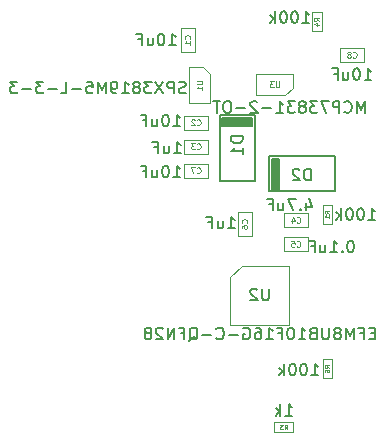
<source format=gbr>
G04 #@! TF.GenerationSoftware,KiCad,Pcbnew,5.0.2+dfsg1-1*
G04 #@! TF.CreationDate,2019-04-15T18:08:30-07:00*
G04 #@! TF.ProjectId,feather51,66656174-6865-4723-9531-2e6b69636164,A*
G04 #@! TF.SameCoordinates,Original*
G04 #@! TF.FileFunction,Other,Fab,Bot*
%FSLAX46Y46*%
G04 Gerber Fmt 4.6, Leading zero omitted, Abs format (unit mm)*
G04 Created by KiCad (PCBNEW 5.0.2+dfsg1-1) date Mon 15 Apr 2019 06:08:30 PM PDT*
%MOMM*%
%LPD*%
G01*
G04 APERTURE LIST*
%ADD10C,0.150000*%
%ADD11C,0.100000*%
%ADD12C,0.080000*%
%ADD13C,0.060000*%
%ADD14C,0.075000*%
G04 APERTURE END LIST*
D10*
G04 #@! TO.C,D2*
G36*
X136897000Y-62103000D02*
X137532000Y-62103000D01*
X137532000Y-59563000D01*
X136897000Y-59563000D01*
X136897000Y-62103000D01*
G37*
X136897000Y-62103000D02*
X137532000Y-62103000D01*
X137532000Y-59563000D01*
X136897000Y-59563000D01*
X136897000Y-62103000D01*
X136637000Y-59358000D02*
X136637000Y-62308000D01*
X142237000Y-59358000D02*
X136637000Y-59358000D01*
X142237000Y-62308000D02*
X142237000Y-59358000D01*
X136637000Y-62308000D02*
X142237000Y-62308000D01*
G04 #@! TO.C,D1*
G36*
X132715000Y-56125000D02*
X132715000Y-56760000D01*
X135255000Y-56760000D01*
X135255000Y-56125000D01*
X132715000Y-56125000D01*
G37*
X132715000Y-56125000D02*
X132715000Y-56760000D01*
X135255000Y-56760000D01*
X135255000Y-56125000D01*
X132715000Y-56125000D01*
X135460000Y-55865000D02*
X132510000Y-55865000D01*
X135460000Y-61465000D02*
X135460000Y-55865000D01*
X132510000Y-61465000D02*
X135460000Y-61465000D01*
X132510000Y-55865000D02*
X132510000Y-61465000D01*
D11*
G04 #@! TO.C,C1*
X129194000Y-48530000D02*
X129194000Y-50530000D01*
X130394000Y-48530000D02*
X129194000Y-48530000D01*
X130394000Y-50530000D02*
X130394000Y-48530000D01*
X129194000Y-50530000D02*
X130394000Y-50530000D01*
G04 #@! TO.C,C2*
X129477500Y-55915000D02*
X129477500Y-57115000D01*
X129477500Y-57115000D02*
X131477500Y-57115000D01*
X131477500Y-57115000D02*
X131477500Y-55915000D01*
X131477500Y-55915000D02*
X129477500Y-55915000D01*
G04 #@! TO.C,C3*
X131477500Y-57947000D02*
X129477500Y-57947000D01*
X131477500Y-59147000D02*
X131477500Y-57947000D01*
X129477500Y-59147000D02*
X131477500Y-59147000D01*
X129477500Y-57947000D02*
X129477500Y-59147000D01*
G04 #@! TO.C,C4*
X137938000Y-64170000D02*
X137938000Y-65370000D01*
X137938000Y-65370000D02*
X139938000Y-65370000D01*
X139938000Y-65370000D02*
X139938000Y-64170000D01*
X139938000Y-64170000D02*
X137938000Y-64170000D01*
G04 #@! TO.C,C5*
X139938000Y-66202000D02*
X137938000Y-66202000D01*
X139938000Y-67402000D02*
X139938000Y-66202000D01*
X137938000Y-67402000D02*
X139938000Y-67402000D01*
X137938000Y-66202000D02*
X137938000Y-67402000D01*
G04 #@! TO.C,C6*
X134020000Y-66102500D02*
X135220000Y-66102500D01*
X135220000Y-66102500D02*
X135220000Y-64102500D01*
X135220000Y-64102500D02*
X134020000Y-64102500D01*
X134020000Y-64102500D02*
X134020000Y-66102500D01*
G04 #@! TO.C,C7*
X131477500Y-59979000D02*
X129477500Y-59979000D01*
X131477500Y-61179000D02*
X131477500Y-59979000D01*
X129477500Y-61179000D02*
X131477500Y-61179000D01*
X129477500Y-59979000D02*
X129477500Y-61179000D01*
G04 #@! TO.C,C8*
X144685500Y-51400000D02*
X144685500Y-50200000D01*
X144685500Y-50200000D02*
X142685500Y-50200000D01*
X142685500Y-50200000D02*
X142685500Y-51400000D01*
X142685500Y-51400000D02*
X144685500Y-51400000D01*
G04 #@! TO.C,R1*
X141205000Y-65087500D02*
X142005000Y-65087500D01*
X142005000Y-65087500D02*
X142005000Y-63487500D01*
X142005000Y-63487500D02*
X141205000Y-63487500D01*
X141205000Y-63487500D02*
X141205000Y-65087500D01*
G04 #@! TO.C,R3*
X137122000Y-81896000D02*
X137122000Y-82696000D01*
X137122000Y-82696000D02*
X138722000Y-82696000D01*
X138722000Y-82696000D02*
X138722000Y-81896000D01*
X138722000Y-81896000D02*
X137122000Y-81896000D01*
G04 #@! TO.C,R4*
X140316000Y-47180500D02*
X140316000Y-48780500D01*
X141116000Y-47180500D02*
X140316000Y-47180500D01*
X141116000Y-48780500D02*
X141116000Y-47180500D01*
X140316000Y-48780500D02*
X141116000Y-48780500D01*
G04 #@! TO.C,R6*
X141205000Y-78143000D02*
X142005000Y-78143000D01*
X142005000Y-78143000D02*
X142005000Y-76543000D01*
X142005000Y-76543000D02*
X141205000Y-76543000D01*
X141205000Y-76543000D02*
X141205000Y-78143000D01*
G04 #@! TO.C,U1*
X129910000Y-51790000D02*
X129910000Y-54890000D01*
X129910000Y-54890000D02*
X131710000Y-54890000D01*
X131710000Y-52440000D02*
X131710000Y-54890000D01*
X129910000Y-51790000D02*
X131060000Y-51790000D01*
X131710000Y-52440000D02*
X131060000Y-51790000D01*
G04 #@! TO.C,U2*
X134390000Y-68620000D02*
X133390000Y-69620000D01*
X138390000Y-68620000D02*
X134390000Y-68620000D01*
X138390000Y-73620000D02*
X138390000Y-68620000D01*
X133390000Y-73620000D02*
X138390000Y-73620000D01*
X133390000Y-69620000D02*
X133390000Y-73620000D01*
G04 #@! TO.C,U3*
X138060000Y-54197000D02*
X138710000Y-53547000D01*
X138710000Y-52397000D02*
X138710000Y-53547000D01*
X138060000Y-54197000D02*
X135610000Y-54197000D01*
X135610000Y-52397000D02*
X135610000Y-54197000D01*
X138710000Y-52397000D02*
X135610000Y-52397000D01*
G04 #@! TD*
G04 #@! TO.C,D2*
D10*
X140184095Y-61412380D02*
X140184095Y-60412380D01*
X139946000Y-60412380D01*
X139803142Y-60460000D01*
X139707904Y-60555238D01*
X139660285Y-60650476D01*
X139612666Y-60840952D01*
X139612666Y-60983809D01*
X139660285Y-61174285D01*
X139707904Y-61269523D01*
X139803142Y-61364761D01*
X139946000Y-61412380D01*
X140184095Y-61412380D01*
X139231714Y-60507619D02*
X139184095Y-60460000D01*
X139088857Y-60412380D01*
X138850761Y-60412380D01*
X138755523Y-60460000D01*
X138707904Y-60507619D01*
X138660285Y-60602857D01*
X138660285Y-60698095D01*
X138707904Y-60840952D01*
X139279333Y-61412380D01*
X138660285Y-61412380D01*
G04 #@! TO.C,D1*
X134437380Y-57681904D02*
X133437380Y-57681904D01*
X133437380Y-57920000D01*
X133485000Y-58062857D01*
X133580238Y-58158095D01*
X133675476Y-58205714D01*
X133865952Y-58253333D01*
X134008809Y-58253333D01*
X134199285Y-58205714D01*
X134294523Y-58158095D01*
X134389761Y-58062857D01*
X134437380Y-57920000D01*
X134437380Y-57681904D01*
X134437380Y-59205714D02*
X134437380Y-58634285D01*
X134437380Y-58920000D02*
X133437380Y-58920000D01*
X133580238Y-58824761D01*
X133675476Y-58729523D01*
X133723095Y-58634285D01*
G04 #@! TO.C,C1*
X128198428Y-49982380D02*
X128769857Y-49982380D01*
X128484142Y-49982380D02*
X128484142Y-48982380D01*
X128579380Y-49125238D01*
X128674619Y-49220476D01*
X128769857Y-49268095D01*
X127579380Y-48982380D02*
X127484142Y-48982380D01*
X127388904Y-49030000D01*
X127341285Y-49077619D01*
X127293666Y-49172857D01*
X127246047Y-49363333D01*
X127246047Y-49601428D01*
X127293666Y-49791904D01*
X127341285Y-49887142D01*
X127388904Y-49934761D01*
X127484142Y-49982380D01*
X127579380Y-49982380D01*
X127674619Y-49934761D01*
X127722238Y-49887142D01*
X127769857Y-49791904D01*
X127817476Y-49601428D01*
X127817476Y-49363333D01*
X127769857Y-49172857D01*
X127722238Y-49077619D01*
X127674619Y-49030000D01*
X127579380Y-48982380D01*
X126388904Y-49315714D02*
X126388904Y-49982380D01*
X126817476Y-49315714D02*
X126817476Y-49839523D01*
X126769857Y-49934761D01*
X126674619Y-49982380D01*
X126531761Y-49982380D01*
X126436523Y-49934761D01*
X126388904Y-49887142D01*
X125579380Y-49458571D02*
X125912714Y-49458571D01*
X125912714Y-49982380D02*
X125912714Y-48982380D01*
X125436523Y-48982380D01*
D12*
X129972571Y-49446666D02*
X129996380Y-49422857D01*
X130020190Y-49351428D01*
X130020190Y-49303809D01*
X129996380Y-49232380D01*
X129948761Y-49184761D01*
X129901142Y-49160952D01*
X129805904Y-49137142D01*
X129734476Y-49137142D01*
X129639238Y-49160952D01*
X129591619Y-49184761D01*
X129544000Y-49232380D01*
X129520190Y-49303809D01*
X129520190Y-49351428D01*
X129544000Y-49422857D01*
X129567809Y-49446666D01*
X130020190Y-49922857D02*
X130020190Y-49637142D01*
X130020190Y-49780000D02*
X129520190Y-49780000D01*
X129591619Y-49732380D01*
X129639238Y-49684761D01*
X129663047Y-49637142D01*
G04 #@! TO.C,C2*
D10*
X128579428Y-56840380D02*
X129150857Y-56840380D01*
X128865142Y-56840380D02*
X128865142Y-55840380D01*
X128960380Y-55983238D01*
X129055619Y-56078476D01*
X129150857Y-56126095D01*
X127960380Y-55840380D02*
X127865142Y-55840380D01*
X127769904Y-55888000D01*
X127722285Y-55935619D01*
X127674666Y-56030857D01*
X127627047Y-56221333D01*
X127627047Y-56459428D01*
X127674666Y-56649904D01*
X127722285Y-56745142D01*
X127769904Y-56792761D01*
X127865142Y-56840380D01*
X127960380Y-56840380D01*
X128055619Y-56792761D01*
X128103238Y-56745142D01*
X128150857Y-56649904D01*
X128198476Y-56459428D01*
X128198476Y-56221333D01*
X128150857Y-56030857D01*
X128103238Y-55935619D01*
X128055619Y-55888000D01*
X127960380Y-55840380D01*
X126769904Y-56173714D02*
X126769904Y-56840380D01*
X127198476Y-56173714D02*
X127198476Y-56697523D01*
X127150857Y-56792761D01*
X127055619Y-56840380D01*
X126912761Y-56840380D01*
X126817523Y-56792761D01*
X126769904Y-56745142D01*
X125960380Y-56316571D02*
X126293714Y-56316571D01*
X126293714Y-56840380D02*
X126293714Y-55840380D01*
X125817523Y-55840380D01*
D12*
X130560833Y-56693571D02*
X130584642Y-56717380D01*
X130656071Y-56741190D01*
X130703690Y-56741190D01*
X130775119Y-56717380D01*
X130822738Y-56669761D01*
X130846547Y-56622142D01*
X130870357Y-56526904D01*
X130870357Y-56455476D01*
X130846547Y-56360238D01*
X130822738Y-56312619D01*
X130775119Y-56265000D01*
X130703690Y-56241190D01*
X130656071Y-56241190D01*
X130584642Y-56265000D01*
X130560833Y-56288809D01*
X130370357Y-56288809D02*
X130346547Y-56265000D01*
X130298928Y-56241190D01*
X130179880Y-56241190D01*
X130132261Y-56265000D01*
X130108452Y-56288809D01*
X130084642Y-56336428D01*
X130084642Y-56384047D01*
X130108452Y-56455476D01*
X130394166Y-56741190D01*
X130084642Y-56741190D01*
G04 #@! TO.C,C3*
D10*
X128611238Y-59126380D02*
X129182666Y-59126380D01*
X128896952Y-59126380D02*
X128896952Y-58126380D01*
X128992190Y-58269238D01*
X129087428Y-58364476D01*
X129182666Y-58412095D01*
X127754095Y-58459714D02*
X127754095Y-59126380D01*
X128182666Y-58459714D02*
X128182666Y-58983523D01*
X128135047Y-59078761D01*
X128039809Y-59126380D01*
X127896952Y-59126380D01*
X127801714Y-59078761D01*
X127754095Y-59031142D01*
X126944571Y-58602571D02*
X127277904Y-58602571D01*
X127277904Y-59126380D02*
X127277904Y-58126380D01*
X126801714Y-58126380D01*
D12*
X130560833Y-58725571D02*
X130584642Y-58749380D01*
X130656071Y-58773190D01*
X130703690Y-58773190D01*
X130775119Y-58749380D01*
X130822738Y-58701761D01*
X130846547Y-58654142D01*
X130870357Y-58558904D01*
X130870357Y-58487476D01*
X130846547Y-58392238D01*
X130822738Y-58344619D01*
X130775119Y-58297000D01*
X130703690Y-58273190D01*
X130656071Y-58273190D01*
X130584642Y-58297000D01*
X130560833Y-58320809D01*
X130394166Y-58273190D02*
X130084642Y-58273190D01*
X130251309Y-58463666D01*
X130179880Y-58463666D01*
X130132261Y-58487476D01*
X130108452Y-58511285D01*
X130084642Y-58558904D01*
X130084642Y-58677952D01*
X130108452Y-58725571D01*
X130132261Y-58749380D01*
X130179880Y-58773190D01*
X130322738Y-58773190D01*
X130370357Y-58749380D01*
X130394166Y-58725571D01*
G04 #@! TO.C,C4*
D10*
X139834761Y-63285714D02*
X139834761Y-63952380D01*
X140072857Y-62904761D02*
X140310952Y-63619047D01*
X139691904Y-63619047D01*
X139310952Y-63857142D02*
X139263333Y-63904761D01*
X139310952Y-63952380D01*
X139358571Y-63904761D01*
X139310952Y-63857142D01*
X139310952Y-63952380D01*
X138930000Y-62952380D02*
X138263333Y-62952380D01*
X138691904Y-63952380D01*
X137453809Y-63285714D02*
X137453809Y-63952380D01*
X137882380Y-63285714D02*
X137882380Y-63809523D01*
X137834761Y-63904761D01*
X137739523Y-63952380D01*
X137596666Y-63952380D01*
X137501428Y-63904761D01*
X137453809Y-63857142D01*
X136644285Y-63428571D02*
X136977619Y-63428571D01*
X136977619Y-63952380D02*
X136977619Y-62952380D01*
X136501428Y-62952380D01*
D12*
X139021333Y-64948571D02*
X139045142Y-64972380D01*
X139116571Y-64996190D01*
X139164190Y-64996190D01*
X139235619Y-64972380D01*
X139283238Y-64924761D01*
X139307047Y-64877142D01*
X139330857Y-64781904D01*
X139330857Y-64710476D01*
X139307047Y-64615238D01*
X139283238Y-64567619D01*
X139235619Y-64520000D01*
X139164190Y-64496190D01*
X139116571Y-64496190D01*
X139045142Y-64520000D01*
X139021333Y-64543809D01*
X138592761Y-64662857D02*
X138592761Y-64996190D01*
X138711809Y-64472380D02*
X138830857Y-64829523D01*
X138521333Y-64829523D01*
G04 #@! TO.C,C5*
D10*
X143628857Y-66508380D02*
X143533619Y-66508380D01*
X143438380Y-66556000D01*
X143390761Y-66603619D01*
X143343142Y-66698857D01*
X143295523Y-66889333D01*
X143295523Y-67127428D01*
X143343142Y-67317904D01*
X143390761Y-67413142D01*
X143438380Y-67460761D01*
X143533619Y-67508380D01*
X143628857Y-67508380D01*
X143724095Y-67460761D01*
X143771714Y-67413142D01*
X143819333Y-67317904D01*
X143866952Y-67127428D01*
X143866952Y-66889333D01*
X143819333Y-66698857D01*
X143771714Y-66603619D01*
X143724095Y-66556000D01*
X143628857Y-66508380D01*
X142866952Y-67413142D02*
X142819333Y-67460761D01*
X142866952Y-67508380D01*
X142914571Y-67460761D01*
X142866952Y-67413142D01*
X142866952Y-67508380D01*
X141866952Y-67508380D02*
X142438380Y-67508380D01*
X142152666Y-67508380D02*
X142152666Y-66508380D01*
X142247904Y-66651238D01*
X142343142Y-66746476D01*
X142438380Y-66794095D01*
X141009809Y-66841714D02*
X141009809Y-67508380D01*
X141438380Y-66841714D02*
X141438380Y-67365523D01*
X141390761Y-67460761D01*
X141295523Y-67508380D01*
X141152666Y-67508380D01*
X141057428Y-67460761D01*
X141009809Y-67413142D01*
X140200285Y-66984571D02*
X140533619Y-66984571D01*
X140533619Y-67508380D02*
X140533619Y-66508380D01*
X140057428Y-66508380D01*
D12*
X139021333Y-66980571D02*
X139045142Y-67004380D01*
X139116571Y-67028190D01*
X139164190Y-67028190D01*
X139235619Y-67004380D01*
X139283238Y-66956761D01*
X139307047Y-66909142D01*
X139330857Y-66813904D01*
X139330857Y-66742476D01*
X139307047Y-66647238D01*
X139283238Y-66599619D01*
X139235619Y-66552000D01*
X139164190Y-66528190D01*
X139116571Y-66528190D01*
X139045142Y-66552000D01*
X139021333Y-66575809D01*
X138568952Y-66528190D02*
X138807047Y-66528190D01*
X138830857Y-66766285D01*
X138807047Y-66742476D01*
X138759428Y-66718666D01*
X138640380Y-66718666D01*
X138592761Y-66742476D01*
X138568952Y-66766285D01*
X138545142Y-66813904D01*
X138545142Y-66932952D01*
X138568952Y-66980571D01*
X138592761Y-67004380D01*
X138640380Y-67028190D01*
X138759428Y-67028190D01*
X138807047Y-67004380D01*
X138830857Y-66980571D01*
G04 #@! TO.C,C6*
D10*
X133183238Y-65476380D02*
X133754666Y-65476380D01*
X133468952Y-65476380D02*
X133468952Y-64476380D01*
X133564190Y-64619238D01*
X133659428Y-64714476D01*
X133754666Y-64762095D01*
X132326095Y-64809714D02*
X132326095Y-65476380D01*
X132754666Y-64809714D02*
X132754666Y-65333523D01*
X132707047Y-65428761D01*
X132611809Y-65476380D01*
X132468952Y-65476380D01*
X132373714Y-65428761D01*
X132326095Y-65381142D01*
X131516571Y-64952571D02*
X131849904Y-64952571D01*
X131849904Y-65476380D02*
X131849904Y-64476380D01*
X131373714Y-64476380D01*
D12*
X134798571Y-65019166D02*
X134822380Y-64995357D01*
X134846190Y-64923928D01*
X134846190Y-64876309D01*
X134822380Y-64804880D01*
X134774761Y-64757261D01*
X134727142Y-64733452D01*
X134631904Y-64709642D01*
X134560476Y-64709642D01*
X134465238Y-64733452D01*
X134417619Y-64757261D01*
X134370000Y-64804880D01*
X134346190Y-64876309D01*
X134346190Y-64923928D01*
X134370000Y-64995357D01*
X134393809Y-65019166D01*
X134346190Y-65447738D02*
X134346190Y-65352500D01*
X134370000Y-65304880D01*
X134393809Y-65281071D01*
X134465238Y-65233452D01*
X134560476Y-65209642D01*
X134750952Y-65209642D01*
X134798571Y-65233452D01*
X134822380Y-65257261D01*
X134846190Y-65304880D01*
X134846190Y-65400119D01*
X134822380Y-65447738D01*
X134798571Y-65471547D01*
X134750952Y-65495357D01*
X134631904Y-65495357D01*
X134584285Y-65471547D01*
X134560476Y-65447738D01*
X134536666Y-65400119D01*
X134536666Y-65304880D01*
X134560476Y-65257261D01*
X134584285Y-65233452D01*
X134631904Y-65209642D01*
G04 #@! TO.C,C7*
D10*
X128579428Y-61158380D02*
X129150857Y-61158380D01*
X128865142Y-61158380D02*
X128865142Y-60158380D01*
X128960380Y-60301238D01*
X129055619Y-60396476D01*
X129150857Y-60444095D01*
X127960380Y-60158380D02*
X127865142Y-60158380D01*
X127769904Y-60206000D01*
X127722285Y-60253619D01*
X127674666Y-60348857D01*
X127627047Y-60539333D01*
X127627047Y-60777428D01*
X127674666Y-60967904D01*
X127722285Y-61063142D01*
X127769904Y-61110761D01*
X127865142Y-61158380D01*
X127960380Y-61158380D01*
X128055619Y-61110761D01*
X128103238Y-61063142D01*
X128150857Y-60967904D01*
X128198476Y-60777428D01*
X128198476Y-60539333D01*
X128150857Y-60348857D01*
X128103238Y-60253619D01*
X128055619Y-60206000D01*
X127960380Y-60158380D01*
X126769904Y-60491714D02*
X126769904Y-61158380D01*
X127198476Y-60491714D02*
X127198476Y-61015523D01*
X127150857Y-61110761D01*
X127055619Y-61158380D01*
X126912761Y-61158380D01*
X126817523Y-61110761D01*
X126769904Y-61063142D01*
X125960380Y-60634571D02*
X126293714Y-60634571D01*
X126293714Y-61158380D02*
X126293714Y-60158380D01*
X125817523Y-60158380D01*
D12*
X130560833Y-60757571D02*
X130584642Y-60781380D01*
X130656071Y-60805190D01*
X130703690Y-60805190D01*
X130775119Y-60781380D01*
X130822738Y-60733761D01*
X130846547Y-60686142D01*
X130870357Y-60590904D01*
X130870357Y-60519476D01*
X130846547Y-60424238D01*
X130822738Y-60376619D01*
X130775119Y-60329000D01*
X130703690Y-60305190D01*
X130656071Y-60305190D01*
X130584642Y-60329000D01*
X130560833Y-60352809D01*
X130394166Y-60305190D02*
X130060833Y-60305190D01*
X130275119Y-60805190D01*
G04 #@! TO.C,C8*
D10*
X144756928Y-52902380D02*
X145328357Y-52902380D01*
X145042642Y-52902380D02*
X145042642Y-51902380D01*
X145137880Y-52045238D01*
X145233119Y-52140476D01*
X145328357Y-52188095D01*
X144137880Y-51902380D02*
X144042642Y-51902380D01*
X143947404Y-51950000D01*
X143899785Y-51997619D01*
X143852166Y-52092857D01*
X143804547Y-52283333D01*
X143804547Y-52521428D01*
X143852166Y-52711904D01*
X143899785Y-52807142D01*
X143947404Y-52854761D01*
X144042642Y-52902380D01*
X144137880Y-52902380D01*
X144233119Y-52854761D01*
X144280738Y-52807142D01*
X144328357Y-52711904D01*
X144375976Y-52521428D01*
X144375976Y-52283333D01*
X144328357Y-52092857D01*
X144280738Y-51997619D01*
X144233119Y-51950000D01*
X144137880Y-51902380D01*
X142947404Y-52235714D02*
X142947404Y-52902380D01*
X143375976Y-52235714D02*
X143375976Y-52759523D01*
X143328357Y-52854761D01*
X143233119Y-52902380D01*
X143090261Y-52902380D01*
X142995023Y-52854761D01*
X142947404Y-52807142D01*
X142137880Y-52378571D02*
X142471214Y-52378571D01*
X142471214Y-52902380D02*
X142471214Y-51902380D01*
X141995023Y-51902380D01*
D12*
X143768833Y-50978571D02*
X143792642Y-51002380D01*
X143864071Y-51026190D01*
X143911690Y-51026190D01*
X143983119Y-51002380D01*
X144030738Y-50954761D01*
X144054547Y-50907142D01*
X144078357Y-50811904D01*
X144078357Y-50740476D01*
X144054547Y-50645238D01*
X144030738Y-50597619D01*
X143983119Y-50550000D01*
X143911690Y-50526190D01*
X143864071Y-50526190D01*
X143792642Y-50550000D01*
X143768833Y-50573809D01*
X143483119Y-50740476D02*
X143530738Y-50716666D01*
X143554547Y-50692857D01*
X143578357Y-50645238D01*
X143578357Y-50621428D01*
X143554547Y-50573809D01*
X143530738Y-50550000D01*
X143483119Y-50526190D01*
X143387880Y-50526190D01*
X143340261Y-50550000D01*
X143316452Y-50573809D01*
X143292642Y-50621428D01*
X143292642Y-50645238D01*
X143316452Y-50692857D01*
X143340261Y-50716666D01*
X143387880Y-50740476D01*
X143483119Y-50740476D01*
X143530738Y-50764285D01*
X143554547Y-50788095D01*
X143578357Y-50835714D01*
X143578357Y-50930952D01*
X143554547Y-50978571D01*
X143530738Y-51002380D01*
X143483119Y-51026190D01*
X143387880Y-51026190D01*
X143340261Y-51002380D01*
X143316452Y-50978571D01*
X143292642Y-50930952D01*
X143292642Y-50835714D01*
X143316452Y-50788095D01*
X143340261Y-50764285D01*
X143387880Y-50740476D01*
G04 #@! TO.C,R1*
D10*
X145089428Y-64739880D02*
X145660857Y-64739880D01*
X145375142Y-64739880D02*
X145375142Y-63739880D01*
X145470380Y-63882738D01*
X145565619Y-63977976D01*
X145660857Y-64025595D01*
X144470380Y-63739880D02*
X144375142Y-63739880D01*
X144279904Y-63787500D01*
X144232285Y-63835119D01*
X144184666Y-63930357D01*
X144137047Y-64120833D01*
X144137047Y-64358928D01*
X144184666Y-64549404D01*
X144232285Y-64644642D01*
X144279904Y-64692261D01*
X144375142Y-64739880D01*
X144470380Y-64739880D01*
X144565619Y-64692261D01*
X144613238Y-64644642D01*
X144660857Y-64549404D01*
X144708476Y-64358928D01*
X144708476Y-64120833D01*
X144660857Y-63930357D01*
X144613238Y-63835119D01*
X144565619Y-63787500D01*
X144470380Y-63739880D01*
X143518000Y-63739880D02*
X143422761Y-63739880D01*
X143327523Y-63787500D01*
X143279904Y-63835119D01*
X143232285Y-63930357D01*
X143184666Y-64120833D01*
X143184666Y-64358928D01*
X143232285Y-64549404D01*
X143279904Y-64644642D01*
X143327523Y-64692261D01*
X143422761Y-64739880D01*
X143518000Y-64739880D01*
X143613238Y-64692261D01*
X143660857Y-64644642D01*
X143708476Y-64549404D01*
X143756095Y-64358928D01*
X143756095Y-64120833D01*
X143708476Y-63930357D01*
X143660857Y-63835119D01*
X143613238Y-63787500D01*
X143518000Y-63739880D01*
X142756095Y-64739880D02*
X142756095Y-63739880D01*
X142660857Y-64358928D02*
X142375142Y-64739880D01*
X142375142Y-64073214D02*
X142756095Y-64454166D01*
D13*
X141785952Y-64220833D02*
X141595476Y-64087500D01*
X141785952Y-63992261D02*
X141385952Y-63992261D01*
X141385952Y-64144642D01*
X141405000Y-64182738D01*
X141424047Y-64201785D01*
X141462142Y-64220833D01*
X141519285Y-64220833D01*
X141557380Y-64201785D01*
X141576428Y-64182738D01*
X141595476Y-64144642D01*
X141595476Y-63992261D01*
X141785952Y-64601785D02*
X141785952Y-64373214D01*
X141785952Y-64487500D02*
X141385952Y-64487500D01*
X141443095Y-64449404D01*
X141481190Y-64411309D01*
X141500238Y-64373214D01*
G04 #@! TO.C,R3*
D10*
X138041047Y-81318380D02*
X138612476Y-81318380D01*
X138326761Y-81318380D02*
X138326761Y-80318380D01*
X138422000Y-80461238D01*
X138517238Y-80556476D01*
X138612476Y-80604095D01*
X137612476Y-81318380D02*
X137612476Y-80318380D01*
X137517238Y-80937428D02*
X137231523Y-81318380D01*
X137231523Y-80651714D02*
X137612476Y-81032666D01*
D13*
X137988666Y-82476952D02*
X138122000Y-82286476D01*
X138217238Y-82476952D02*
X138217238Y-82076952D01*
X138064857Y-82076952D01*
X138026761Y-82096000D01*
X138007714Y-82115047D01*
X137988666Y-82153142D01*
X137988666Y-82210285D01*
X138007714Y-82248380D01*
X138026761Y-82267428D01*
X138064857Y-82286476D01*
X138217238Y-82286476D01*
X137855333Y-82076952D02*
X137607714Y-82076952D01*
X137741047Y-82229333D01*
X137683904Y-82229333D01*
X137645809Y-82248380D01*
X137626761Y-82267428D01*
X137607714Y-82305523D01*
X137607714Y-82400761D01*
X137626761Y-82438857D01*
X137645809Y-82457904D01*
X137683904Y-82476952D01*
X137798190Y-82476952D01*
X137836285Y-82457904D01*
X137855333Y-82438857D01*
G04 #@! TO.C,R4*
D10*
X139501428Y-48077380D02*
X140072857Y-48077380D01*
X139787142Y-48077380D02*
X139787142Y-47077380D01*
X139882380Y-47220238D01*
X139977619Y-47315476D01*
X140072857Y-47363095D01*
X138882380Y-47077380D02*
X138787142Y-47077380D01*
X138691904Y-47125000D01*
X138644285Y-47172619D01*
X138596666Y-47267857D01*
X138549047Y-47458333D01*
X138549047Y-47696428D01*
X138596666Y-47886904D01*
X138644285Y-47982142D01*
X138691904Y-48029761D01*
X138787142Y-48077380D01*
X138882380Y-48077380D01*
X138977619Y-48029761D01*
X139025238Y-47982142D01*
X139072857Y-47886904D01*
X139120476Y-47696428D01*
X139120476Y-47458333D01*
X139072857Y-47267857D01*
X139025238Y-47172619D01*
X138977619Y-47125000D01*
X138882380Y-47077380D01*
X137930000Y-47077380D02*
X137834761Y-47077380D01*
X137739523Y-47125000D01*
X137691904Y-47172619D01*
X137644285Y-47267857D01*
X137596666Y-47458333D01*
X137596666Y-47696428D01*
X137644285Y-47886904D01*
X137691904Y-47982142D01*
X137739523Y-48029761D01*
X137834761Y-48077380D01*
X137930000Y-48077380D01*
X138025238Y-48029761D01*
X138072857Y-47982142D01*
X138120476Y-47886904D01*
X138168095Y-47696428D01*
X138168095Y-47458333D01*
X138120476Y-47267857D01*
X138072857Y-47172619D01*
X138025238Y-47125000D01*
X137930000Y-47077380D01*
X137168095Y-48077380D02*
X137168095Y-47077380D01*
X137072857Y-47696428D02*
X136787142Y-48077380D01*
X136787142Y-47410714D02*
X137168095Y-47791666D01*
D13*
X140896952Y-47913833D02*
X140706476Y-47780500D01*
X140896952Y-47685261D02*
X140496952Y-47685261D01*
X140496952Y-47837642D01*
X140516000Y-47875738D01*
X140535047Y-47894785D01*
X140573142Y-47913833D01*
X140630285Y-47913833D01*
X140668380Y-47894785D01*
X140687428Y-47875738D01*
X140706476Y-47837642D01*
X140706476Y-47685261D01*
X140630285Y-48256690D02*
X140896952Y-48256690D01*
X140477904Y-48161452D02*
X140763619Y-48066214D01*
X140763619Y-48313833D01*
G04 #@! TO.C,R6*
D10*
X140263428Y-77922380D02*
X140834857Y-77922380D01*
X140549142Y-77922380D02*
X140549142Y-76922380D01*
X140644380Y-77065238D01*
X140739619Y-77160476D01*
X140834857Y-77208095D01*
X139644380Y-76922380D02*
X139549142Y-76922380D01*
X139453904Y-76970000D01*
X139406285Y-77017619D01*
X139358666Y-77112857D01*
X139311047Y-77303333D01*
X139311047Y-77541428D01*
X139358666Y-77731904D01*
X139406285Y-77827142D01*
X139453904Y-77874761D01*
X139549142Y-77922380D01*
X139644380Y-77922380D01*
X139739619Y-77874761D01*
X139787238Y-77827142D01*
X139834857Y-77731904D01*
X139882476Y-77541428D01*
X139882476Y-77303333D01*
X139834857Y-77112857D01*
X139787238Y-77017619D01*
X139739619Y-76970000D01*
X139644380Y-76922380D01*
X138692000Y-76922380D02*
X138596761Y-76922380D01*
X138501523Y-76970000D01*
X138453904Y-77017619D01*
X138406285Y-77112857D01*
X138358666Y-77303333D01*
X138358666Y-77541428D01*
X138406285Y-77731904D01*
X138453904Y-77827142D01*
X138501523Y-77874761D01*
X138596761Y-77922380D01*
X138692000Y-77922380D01*
X138787238Y-77874761D01*
X138834857Y-77827142D01*
X138882476Y-77731904D01*
X138930095Y-77541428D01*
X138930095Y-77303333D01*
X138882476Y-77112857D01*
X138834857Y-77017619D01*
X138787238Y-76970000D01*
X138692000Y-76922380D01*
X137930095Y-77922380D02*
X137930095Y-76922380D01*
X137834857Y-77541428D02*
X137549142Y-77922380D01*
X137549142Y-77255714D02*
X137930095Y-77636666D01*
D13*
X141785952Y-77276333D02*
X141595476Y-77143000D01*
X141785952Y-77047761D02*
X141385952Y-77047761D01*
X141385952Y-77200142D01*
X141405000Y-77238238D01*
X141424047Y-77257285D01*
X141462142Y-77276333D01*
X141519285Y-77276333D01*
X141557380Y-77257285D01*
X141576428Y-77238238D01*
X141595476Y-77200142D01*
X141595476Y-77047761D01*
X141385952Y-77619190D02*
X141385952Y-77543000D01*
X141405000Y-77504904D01*
X141424047Y-77485857D01*
X141481190Y-77447761D01*
X141557380Y-77428714D01*
X141709761Y-77428714D01*
X141747857Y-77447761D01*
X141766904Y-77466809D01*
X141785952Y-77504904D01*
X141785952Y-77581095D01*
X141766904Y-77619190D01*
X141747857Y-77638238D01*
X141709761Y-77657285D01*
X141614523Y-77657285D01*
X141576428Y-77638238D01*
X141557380Y-77619190D01*
X141538333Y-77581095D01*
X141538333Y-77504904D01*
X141557380Y-77466809D01*
X141576428Y-77447761D01*
X141614523Y-77428714D01*
G04 #@! TO.C,U1*
D10*
X129602571Y-53998761D02*
X129459714Y-54046380D01*
X129221619Y-54046380D01*
X129126380Y-53998761D01*
X129078761Y-53951142D01*
X129031142Y-53855904D01*
X129031142Y-53760666D01*
X129078761Y-53665428D01*
X129126380Y-53617809D01*
X129221619Y-53570190D01*
X129412095Y-53522571D01*
X129507333Y-53474952D01*
X129554952Y-53427333D01*
X129602571Y-53332095D01*
X129602571Y-53236857D01*
X129554952Y-53141619D01*
X129507333Y-53094000D01*
X129412095Y-53046380D01*
X129174000Y-53046380D01*
X129031142Y-53094000D01*
X128602571Y-54046380D02*
X128602571Y-53046380D01*
X128221619Y-53046380D01*
X128126380Y-53094000D01*
X128078761Y-53141619D01*
X128031142Y-53236857D01*
X128031142Y-53379714D01*
X128078761Y-53474952D01*
X128126380Y-53522571D01*
X128221619Y-53570190D01*
X128602571Y-53570190D01*
X127697809Y-53046380D02*
X127031142Y-54046380D01*
X127031142Y-53046380D02*
X127697809Y-54046380D01*
X126745428Y-53046380D02*
X126126380Y-53046380D01*
X126459714Y-53427333D01*
X126316857Y-53427333D01*
X126221619Y-53474952D01*
X126174000Y-53522571D01*
X126126380Y-53617809D01*
X126126380Y-53855904D01*
X126174000Y-53951142D01*
X126221619Y-53998761D01*
X126316857Y-54046380D01*
X126602571Y-54046380D01*
X126697809Y-53998761D01*
X126745428Y-53951142D01*
X125554952Y-53474952D02*
X125650190Y-53427333D01*
X125697809Y-53379714D01*
X125745428Y-53284476D01*
X125745428Y-53236857D01*
X125697809Y-53141619D01*
X125650190Y-53094000D01*
X125554952Y-53046380D01*
X125364476Y-53046380D01*
X125269238Y-53094000D01*
X125221619Y-53141619D01*
X125174000Y-53236857D01*
X125174000Y-53284476D01*
X125221619Y-53379714D01*
X125269238Y-53427333D01*
X125364476Y-53474952D01*
X125554952Y-53474952D01*
X125650190Y-53522571D01*
X125697809Y-53570190D01*
X125745428Y-53665428D01*
X125745428Y-53855904D01*
X125697809Y-53951142D01*
X125650190Y-53998761D01*
X125554952Y-54046380D01*
X125364476Y-54046380D01*
X125269238Y-53998761D01*
X125221619Y-53951142D01*
X125174000Y-53855904D01*
X125174000Y-53665428D01*
X125221619Y-53570190D01*
X125269238Y-53522571D01*
X125364476Y-53474952D01*
X124221619Y-54046380D02*
X124793047Y-54046380D01*
X124507333Y-54046380D02*
X124507333Y-53046380D01*
X124602571Y-53189238D01*
X124697809Y-53284476D01*
X124793047Y-53332095D01*
X123745428Y-54046380D02*
X123554952Y-54046380D01*
X123459714Y-53998761D01*
X123412095Y-53951142D01*
X123316857Y-53808285D01*
X123269238Y-53617809D01*
X123269238Y-53236857D01*
X123316857Y-53141619D01*
X123364476Y-53094000D01*
X123459714Y-53046380D01*
X123650190Y-53046380D01*
X123745428Y-53094000D01*
X123793047Y-53141619D01*
X123840666Y-53236857D01*
X123840666Y-53474952D01*
X123793047Y-53570190D01*
X123745428Y-53617809D01*
X123650190Y-53665428D01*
X123459714Y-53665428D01*
X123364476Y-53617809D01*
X123316857Y-53570190D01*
X123269238Y-53474952D01*
X122840666Y-54046380D02*
X122840666Y-53046380D01*
X122507333Y-53760666D01*
X122174000Y-53046380D01*
X122174000Y-54046380D01*
X121221619Y-53046380D02*
X121697809Y-53046380D01*
X121745428Y-53522571D01*
X121697809Y-53474952D01*
X121602571Y-53427333D01*
X121364476Y-53427333D01*
X121269238Y-53474952D01*
X121221619Y-53522571D01*
X121174000Y-53617809D01*
X121174000Y-53855904D01*
X121221619Y-53951142D01*
X121269238Y-53998761D01*
X121364476Y-54046380D01*
X121602571Y-54046380D01*
X121697809Y-53998761D01*
X121745428Y-53951142D01*
X120745428Y-53665428D02*
X119983523Y-53665428D01*
X119031142Y-54046380D02*
X119507333Y-54046380D01*
X119507333Y-53046380D01*
X118697809Y-53665428D02*
X117935904Y-53665428D01*
X117554952Y-53046380D02*
X116935904Y-53046380D01*
X117269238Y-53427333D01*
X117126380Y-53427333D01*
X117031142Y-53474952D01*
X116983523Y-53522571D01*
X116935904Y-53617809D01*
X116935904Y-53855904D01*
X116983523Y-53951142D01*
X117031142Y-53998761D01*
X117126380Y-54046380D01*
X117412095Y-54046380D01*
X117507333Y-53998761D01*
X117554952Y-53951142D01*
X116507333Y-53665428D02*
X115745428Y-53665428D01*
X115364476Y-53046380D02*
X114745428Y-53046380D01*
X115078761Y-53427333D01*
X114935904Y-53427333D01*
X114840666Y-53474952D01*
X114793047Y-53522571D01*
X114745428Y-53617809D01*
X114745428Y-53855904D01*
X114793047Y-53951142D01*
X114840666Y-53998761D01*
X114935904Y-54046380D01*
X115221619Y-54046380D01*
X115316857Y-53998761D01*
X115364476Y-53951142D01*
D14*
X130536190Y-52959047D02*
X130940952Y-52959047D01*
X130988571Y-52982857D01*
X131012380Y-53006666D01*
X131036190Y-53054285D01*
X131036190Y-53149523D01*
X131012380Y-53197142D01*
X130988571Y-53220952D01*
X130940952Y-53244761D01*
X130536190Y-53244761D01*
X131036190Y-53744761D02*
X131036190Y-53459047D01*
X131036190Y-53601904D02*
X130536190Y-53601904D01*
X130607619Y-53554285D01*
X130655238Y-53506666D01*
X130679047Y-53459047D01*
G04 #@! TO.C,U2*
D10*
X145604285Y-74350571D02*
X145270952Y-74350571D01*
X145128095Y-74874380D02*
X145604285Y-74874380D01*
X145604285Y-73874380D01*
X145128095Y-73874380D01*
X144366190Y-74350571D02*
X144699523Y-74350571D01*
X144699523Y-74874380D02*
X144699523Y-73874380D01*
X144223333Y-73874380D01*
X143842380Y-74874380D02*
X143842380Y-73874380D01*
X143509047Y-74588666D01*
X143175714Y-73874380D01*
X143175714Y-74874380D01*
X142556666Y-74302952D02*
X142651904Y-74255333D01*
X142699523Y-74207714D01*
X142747142Y-74112476D01*
X142747142Y-74064857D01*
X142699523Y-73969619D01*
X142651904Y-73922000D01*
X142556666Y-73874380D01*
X142366190Y-73874380D01*
X142270952Y-73922000D01*
X142223333Y-73969619D01*
X142175714Y-74064857D01*
X142175714Y-74112476D01*
X142223333Y-74207714D01*
X142270952Y-74255333D01*
X142366190Y-74302952D01*
X142556666Y-74302952D01*
X142651904Y-74350571D01*
X142699523Y-74398190D01*
X142747142Y-74493428D01*
X142747142Y-74683904D01*
X142699523Y-74779142D01*
X142651904Y-74826761D01*
X142556666Y-74874380D01*
X142366190Y-74874380D01*
X142270952Y-74826761D01*
X142223333Y-74779142D01*
X142175714Y-74683904D01*
X142175714Y-74493428D01*
X142223333Y-74398190D01*
X142270952Y-74350571D01*
X142366190Y-74302952D01*
X141747142Y-73874380D02*
X141747142Y-74683904D01*
X141699523Y-74779142D01*
X141651904Y-74826761D01*
X141556666Y-74874380D01*
X141366190Y-74874380D01*
X141270952Y-74826761D01*
X141223333Y-74779142D01*
X141175714Y-74683904D01*
X141175714Y-73874380D01*
X140366190Y-74350571D02*
X140223333Y-74398190D01*
X140175714Y-74445809D01*
X140128095Y-74541047D01*
X140128095Y-74683904D01*
X140175714Y-74779142D01*
X140223333Y-74826761D01*
X140318571Y-74874380D01*
X140699523Y-74874380D01*
X140699523Y-73874380D01*
X140366190Y-73874380D01*
X140270952Y-73922000D01*
X140223333Y-73969619D01*
X140175714Y-74064857D01*
X140175714Y-74160095D01*
X140223333Y-74255333D01*
X140270952Y-74302952D01*
X140366190Y-74350571D01*
X140699523Y-74350571D01*
X139175714Y-74874380D02*
X139747142Y-74874380D01*
X139461428Y-74874380D02*
X139461428Y-73874380D01*
X139556666Y-74017238D01*
X139651904Y-74112476D01*
X139747142Y-74160095D01*
X138556666Y-73874380D02*
X138461428Y-73874380D01*
X138366190Y-73922000D01*
X138318571Y-73969619D01*
X138270952Y-74064857D01*
X138223333Y-74255333D01*
X138223333Y-74493428D01*
X138270952Y-74683904D01*
X138318571Y-74779142D01*
X138366190Y-74826761D01*
X138461428Y-74874380D01*
X138556666Y-74874380D01*
X138651904Y-74826761D01*
X138699523Y-74779142D01*
X138747142Y-74683904D01*
X138794761Y-74493428D01*
X138794761Y-74255333D01*
X138747142Y-74064857D01*
X138699523Y-73969619D01*
X138651904Y-73922000D01*
X138556666Y-73874380D01*
X137461428Y-74350571D02*
X137794761Y-74350571D01*
X137794761Y-74874380D02*
X137794761Y-73874380D01*
X137318571Y-73874380D01*
X136413809Y-74874380D02*
X136985238Y-74874380D01*
X136699523Y-74874380D02*
X136699523Y-73874380D01*
X136794761Y-74017238D01*
X136890000Y-74112476D01*
X136985238Y-74160095D01*
X135556666Y-73874380D02*
X135747142Y-73874380D01*
X135842380Y-73922000D01*
X135890000Y-73969619D01*
X135985238Y-74112476D01*
X136032857Y-74302952D01*
X136032857Y-74683904D01*
X135985238Y-74779142D01*
X135937619Y-74826761D01*
X135842380Y-74874380D01*
X135651904Y-74874380D01*
X135556666Y-74826761D01*
X135509047Y-74779142D01*
X135461428Y-74683904D01*
X135461428Y-74445809D01*
X135509047Y-74350571D01*
X135556666Y-74302952D01*
X135651904Y-74255333D01*
X135842380Y-74255333D01*
X135937619Y-74302952D01*
X135985238Y-74350571D01*
X136032857Y-74445809D01*
X134509047Y-73922000D02*
X134604285Y-73874380D01*
X134747142Y-73874380D01*
X134890000Y-73922000D01*
X134985238Y-74017238D01*
X135032857Y-74112476D01*
X135080476Y-74302952D01*
X135080476Y-74445809D01*
X135032857Y-74636285D01*
X134985238Y-74731523D01*
X134890000Y-74826761D01*
X134747142Y-74874380D01*
X134651904Y-74874380D01*
X134509047Y-74826761D01*
X134461428Y-74779142D01*
X134461428Y-74445809D01*
X134651904Y-74445809D01*
X134032857Y-74493428D02*
X133270952Y-74493428D01*
X132223333Y-74779142D02*
X132270952Y-74826761D01*
X132413809Y-74874380D01*
X132509047Y-74874380D01*
X132651904Y-74826761D01*
X132747142Y-74731523D01*
X132794761Y-74636285D01*
X132842380Y-74445809D01*
X132842380Y-74302952D01*
X132794761Y-74112476D01*
X132747142Y-74017238D01*
X132651904Y-73922000D01*
X132509047Y-73874380D01*
X132413809Y-73874380D01*
X132270952Y-73922000D01*
X132223333Y-73969619D01*
X131794761Y-74493428D02*
X131032857Y-74493428D01*
X129890000Y-74969619D02*
X129985238Y-74922000D01*
X130080476Y-74826761D01*
X130223333Y-74683904D01*
X130318571Y-74636285D01*
X130413809Y-74636285D01*
X130366190Y-74874380D02*
X130461428Y-74826761D01*
X130556666Y-74731523D01*
X130604285Y-74541047D01*
X130604285Y-74207714D01*
X130556666Y-74017238D01*
X130461428Y-73922000D01*
X130366190Y-73874380D01*
X130175714Y-73874380D01*
X130080476Y-73922000D01*
X129985238Y-74017238D01*
X129937619Y-74207714D01*
X129937619Y-74541047D01*
X129985238Y-74731523D01*
X130080476Y-74826761D01*
X130175714Y-74874380D01*
X130366190Y-74874380D01*
X129175714Y-74350571D02*
X129509047Y-74350571D01*
X129509047Y-74874380D02*
X129509047Y-73874380D01*
X129032857Y-73874380D01*
X128651904Y-74874380D02*
X128651904Y-73874380D01*
X128080476Y-74874380D01*
X128080476Y-73874380D01*
X127651904Y-73969619D02*
X127604285Y-73922000D01*
X127509047Y-73874380D01*
X127270952Y-73874380D01*
X127175714Y-73922000D01*
X127128095Y-73969619D01*
X127080476Y-74064857D01*
X127080476Y-74160095D01*
X127128095Y-74302952D01*
X127699523Y-74874380D01*
X127080476Y-74874380D01*
X126509047Y-74302952D02*
X126604285Y-74255333D01*
X126651904Y-74207714D01*
X126699523Y-74112476D01*
X126699523Y-74064857D01*
X126651904Y-73969619D01*
X126604285Y-73922000D01*
X126509047Y-73874380D01*
X126318571Y-73874380D01*
X126223333Y-73922000D01*
X126175714Y-73969619D01*
X126128095Y-74064857D01*
X126128095Y-74112476D01*
X126175714Y-74207714D01*
X126223333Y-74255333D01*
X126318571Y-74302952D01*
X126509047Y-74302952D01*
X126604285Y-74350571D01*
X126651904Y-74398190D01*
X126699523Y-74493428D01*
X126699523Y-74683904D01*
X126651904Y-74779142D01*
X126604285Y-74826761D01*
X126509047Y-74874380D01*
X126318571Y-74874380D01*
X126223333Y-74826761D01*
X126175714Y-74779142D01*
X126128095Y-74683904D01*
X126128095Y-74493428D01*
X126175714Y-74398190D01*
X126223333Y-74350571D01*
X126318571Y-74302952D01*
X136651904Y-70572380D02*
X136651904Y-71381904D01*
X136604285Y-71477142D01*
X136556666Y-71524761D01*
X136461428Y-71572380D01*
X136270952Y-71572380D01*
X136175714Y-71524761D01*
X136128095Y-71477142D01*
X136080476Y-71381904D01*
X136080476Y-70572380D01*
X135651904Y-70667619D02*
X135604285Y-70620000D01*
X135509047Y-70572380D01*
X135270952Y-70572380D01*
X135175714Y-70620000D01*
X135128095Y-70667619D01*
X135080476Y-70762857D01*
X135080476Y-70858095D01*
X135128095Y-71000952D01*
X135699523Y-71572380D01*
X135080476Y-71572380D01*
G04 #@! TO.C,U3*
X144763333Y-55697380D02*
X144763333Y-54697380D01*
X144430000Y-55411666D01*
X144096666Y-54697380D01*
X144096666Y-55697380D01*
X143049047Y-55602142D02*
X143096666Y-55649761D01*
X143239523Y-55697380D01*
X143334761Y-55697380D01*
X143477619Y-55649761D01*
X143572857Y-55554523D01*
X143620476Y-55459285D01*
X143668095Y-55268809D01*
X143668095Y-55125952D01*
X143620476Y-54935476D01*
X143572857Y-54840238D01*
X143477619Y-54745000D01*
X143334761Y-54697380D01*
X143239523Y-54697380D01*
X143096666Y-54745000D01*
X143049047Y-54792619D01*
X142620476Y-55697380D02*
X142620476Y-54697380D01*
X142239523Y-54697380D01*
X142144285Y-54745000D01*
X142096666Y-54792619D01*
X142049047Y-54887857D01*
X142049047Y-55030714D01*
X142096666Y-55125952D01*
X142144285Y-55173571D01*
X142239523Y-55221190D01*
X142620476Y-55221190D01*
X141715714Y-54697380D02*
X141049047Y-54697380D01*
X141477619Y-55697380D01*
X140763333Y-54697380D02*
X140144285Y-54697380D01*
X140477619Y-55078333D01*
X140334761Y-55078333D01*
X140239523Y-55125952D01*
X140191904Y-55173571D01*
X140144285Y-55268809D01*
X140144285Y-55506904D01*
X140191904Y-55602142D01*
X140239523Y-55649761D01*
X140334761Y-55697380D01*
X140620476Y-55697380D01*
X140715714Y-55649761D01*
X140763333Y-55602142D01*
X139572857Y-55125952D02*
X139668095Y-55078333D01*
X139715714Y-55030714D01*
X139763333Y-54935476D01*
X139763333Y-54887857D01*
X139715714Y-54792619D01*
X139668095Y-54745000D01*
X139572857Y-54697380D01*
X139382380Y-54697380D01*
X139287142Y-54745000D01*
X139239523Y-54792619D01*
X139191904Y-54887857D01*
X139191904Y-54935476D01*
X139239523Y-55030714D01*
X139287142Y-55078333D01*
X139382380Y-55125952D01*
X139572857Y-55125952D01*
X139668095Y-55173571D01*
X139715714Y-55221190D01*
X139763333Y-55316428D01*
X139763333Y-55506904D01*
X139715714Y-55602142D01*
X139668095Y-55649761D01*
X139572857Y-55697380D01*
X139382380Y-55697380D01*
X139287142Y-55649761D01*
X139239523Y-55602142D01*
X139191904Y-55506904D01*
X139191904Y-55316428D01*
X139239523Y-55221190D01*
X139287142Y-55173571D01*
X139382380Y-55125952D01*
X138858571Y-54697380D02*
X138239523Y-54697380D01*
X138572857Y-55078333D01*
X138430000Y-55078333D01*
X138334761Y-55125952D01*
X138287142Y-55173571D01*
X138239523Y-55268809D01*
X138239523Y-55506904D01*
X138287142Y-55602142D01*
X138334761Y-55649761D01*
X138430000Y-55697380D01*
X138715714Y-55697380D01*
X138810952Y-55649761D01*
X138858571Y-55602142D01*
X137287142Y-55697380D02*
X137858571Y-55697380D01*
X137572857Y-55697380D02*
X137572857Y-54697380D01*
X137668095Y-54840238D01*
X137763333Y-54935476D01*
X137858571Y-54983095D01*
X136858571Y-55316428D02*
X136096666Y-55316428D01*
X135668095Y-54792619D02*
X135620476Y-54745000D01*
X135525238Y-54697380D01*
X135287142Y-54697380D01*
X135191904Y-54745000D01*
X135144285Y-54792619D01*
X135096666Y-54887857D01*
X135096666Y-54983095D01*
X135144285Y-55125952D01*
X135715714Y-55697380D01*
X135096666Y-55697380D01*
X134668095Y-55316428D02*
X133906190Y-55316428D01*
X133239523Y-54697380D02*
X133049047Y-54697380D01*
X132953809Y-54745000D01*
X132858571Y-54840238D01*
X132810952Y-55030714D01*
X132810952Y-55364047D01*
X132858571Y-55554523D01*
X132953809Y-55649761D01*
X133049047Y-55697380D01*
X133239523Y-55697380D01*
X133334761Y-55649761D01*
X133430000Y-55554523D01*
X133477619Y-55364047D01*
X133477619Y-55030714D01*
X133430000Y-54840238D01*
X133334761Y-54745000D01*
X133239523Y-54697380D01*
X132525238Y-54697380D02*
X131953809Y-54697380D01*
X132239523Y-55697380D02*
X132239523Y-54697380D01*
D14*
X137540952Y-53023190D02*
X137540952Y-53427952D01*
X137517142Y-53475571D01*
X137493333Y-53499380D01*
X137445714Y-53523190D01*
X137350476Y-53523190D01*
X137302857Y-53499380D01*
X137279047Y-53475571D01*
X137255238Y-53427952D01*
X137255238Y-53023190D01*
X137064761Y-53023190D02*
X136755238Y-53023190D01*
X136921904Y-53213666D01*
X136850476Y-53213666D01*
X136802857Y-53237476D01*
X136779047Y-53261285D01*
X136755238Y-53308904D01*
X136755238Y-53427952D01*
X136779047Y-53475571D01*
X136802857Y-53499380D01*
X136850476Y-53523190D01*
X136993333Y-53523190D01*
X137040952Y-53499380D01*
X137064761Y-53475571D01*
G04 #@! TD*
M02*

</source>
